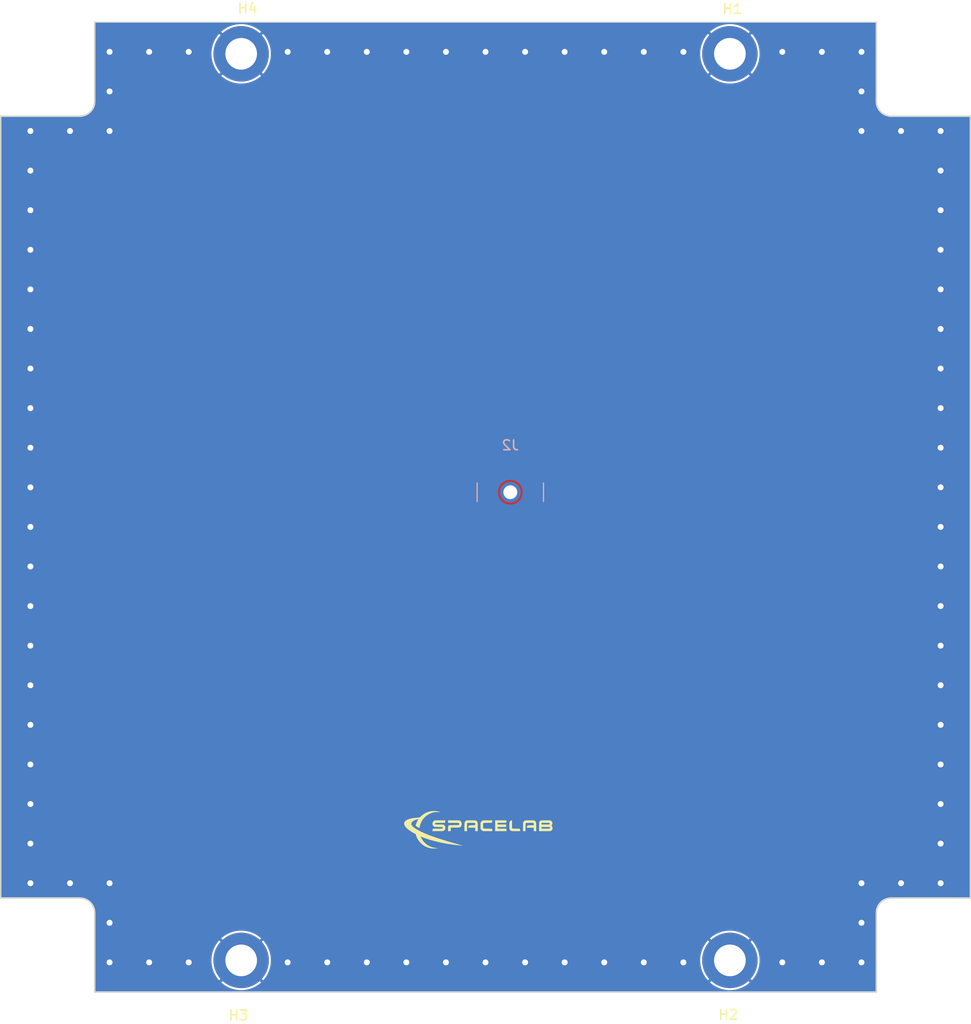
<source format=kicad_pcb>
(kicad_pcb (version 20241229) (generator "pcbnew") (generator_version "9.0")
  (title_block (title "Shild") (date "2023-08-27") (company "SpaceLab UFSC") (comment 1 "Eng. Yunior Alcântara Guevara") (comment 2 "Lucas Ryan Carneiro"))
  (layers (0 "F.Cu" jumper) (2 "B.Cu" mixed) (13 "F.Paste" user) (15 "B.Paste" user) (5 "F.SilkS" user "F.Silkscreen") (7 "B.SilkS" user "B.Silkscreen") (1 "F.Mask" user) (3 "B.Mask" user) (25 "Edge.Cuts" user))
  (net 0 "")
  (net 1 "GND")
  (net 2 "ant")
  (footprint "MountingHole:MountingHole_3.2mm_M3_DIN965_Pad" (layer "F.Cu") (at 109.869546 127.424668)
    (property "Reference" "H2" (at -0.16 5.49 0) (layer "F.SilkS"))
    (property "Value" "MountingHole_Pad")
    (pad "1" thru_hole circle (at 0 0) (size 5.6 5.6) (drill 3.2) (layers "*.Cu" "*.Mask") (net 1 "GND"))
  )
  (footprint "MountingHole:MountingHole_3.2mm_M3_DIN965_Pad" (layer "F.Cu") (at 109.869546 35.824668)
    (property "Reference" "H1" (at 0.25 -4.54 0) (layer "F.SilkS"))
    (property "Value" "MountingHole_Pad")
    (pad "1" thru_hole circle (at 0 0) (size 5.6 5.6) (drill 3.2) (layers "*.Cu" "*.Mask") (net 1 "GND"))
  )
  (footprint "spacelab_lib:spacelab-logo" (layer "F.Cu") (at 84.444773 114.232334)
    (property "Reference" "G***" (hide yes))
    (property "Value" "LOGO" (hide yes))
    (fp_poly (pts (xy 2.435667 -0.960004) (xy 2.561548 -0.959397) (xy 2.661972 -0.958296) (xy 2.739212 -0.956626) (xy 2.79554 -0.954316) (xy 2.83323 -0.95129) (xy 2.854556 -0.947476) (xy 2.861789 -0.942799) (xy 2.861643 -0.941436) (xy 2.855633 -0.918144) (xy 2.846477 -0.874349) (xy 2.836064 -0.819127) (xy 2.83513 -0.813911) (xy 2.81575 -0.705139) (xy 1.950384 -0.705139) (xy 1.950384 -0.540107) (xy 2.805552 -0.540107) (xy 2.805552 -0.285057) (xy 1.950384 -0.285057) (xy 1.950384 -0.120024) (xy 2.81575 -0.120024) (xy 2.83513 -0.011253) (xy 2.845564 0.044551) (xy 2.85491 0.089746) (xy 2.86128 0.115253) (xy 2.861643 0.116272) (xy 2.857694 0.121185) (xy 2.840244 0.125216) (xy 2.807018 0.128439) (xy 2.755744 0.130928) (xy 2.684148 0.132757) (xy 2.589958 0.133998) (xy 2.4709 0.134726) (xy 2.324701 0.135014) (xy 2.282054 0.135026) (xy 1.695334 0.135026) (xy 1.695334 -0.960189) (xy 2.282054 -0.960189)) (fill yes) (layer "F.SilkS"))
    (fp_poly (pts (xy -2.494241 -0.95986) (xy -2.338173 -0.959658) (xy -2.20912 -0.958949) (xy -2.104092 -0.957284) (xy -2.020097 -0.954213) (xy -1.954146 -0.949285) (xy -1.903247 -0.94205) (xy -1.86441 -0.932059) (xy -1.834645 -0.918861) (xy -1.810959 -0.902006) (xy -1.790364 -0.881043) (xy -1.769867 -0.855524) (xy -1.765819 -0.850231) (xy -1.712265 -0.756981) (xy -1.68398 -0.654716) (xy -1.681033 -0.549418) (xy -1.703491 -0.447065) (xy -1.751421 -0.353638) (xy -1.760102 -0.341697) (xy -1.784658 -0.310157) (xy -1.807817 -0.284888) (xy -1.833105 -0.265195) (xy -1.864047 -0.250382) (xy -1.90417 -0.239754) (xy -1.956998 -0.232616) (xy -2.026059 -0.228274) (xy -2.114876 -0.226032) (xy -2.226977 -0.225194) (xy -2.351713 -0.225068) (xy -2.790549 -0.225045) (xy -2.790549 0.135026) (xy -3.060602 0.135026) (xy -3.060602 -0.098001) (xy -3.059422 -0.205427) (xy -3.055305 -0.287412) (xy -3.047392 -0.348449) (xy -3.034822 -0.393031) (xy -3.016733 -0.425652) (xy -2.993131 -0.450089) (xy -2.981187 -0.456416) (xy -2.960068 -0.461668) (xy -2.926839 -0.466009) (xy -2.878561 -0.469608) (xy -2.812298 -0.472628) (xy -2.725112 -0.475236) (xy -2.614067 -0.477599) (xy -2.476225 -0.479882) (xy -2.462009 -0.480095) (xy -1.957998 -0.487596) (xy -1.944959 -0.549457) (xy -1.93973 -0.608008) (xy -1.952602 -0.654477) (xy -1.973284 -0.697638) (xy -3.060602 -0.705514) (xy -3.060602 -0.960189)) (fill yes) (layer "F.SilkS"))
    (fp_poly (pts (xy 3.385369 -0.95904) (xy 3.392148 -0.95335) (xy 3.397222 -0.939759) (xy 3.400839 -0.914905) (xy 3.403244 -0.875427) (xy 3.404683 -0.817964) (xy 3.405403 -0.739154) (xy 3.405648 -0.635636) (xy 3.405671 -0.563462) (xy 3.40573 -0.444198) (xy 3.406097 -0.351371) (xy 3.407056 -0.28141) (xy 3.408888 -0.230745) (xy 3.411879 -0.195808) (xy 3.416311 -0.173027) (xy 3.422467 -0.158833) (xy 3.430632 -0.149657) (xy 3.439015 -0.143379) (xy 3.45413 -0.13579) (xy 3.477513 -0.129989) (xy 3.512879 -0.125754) (xy 3.563942 -0.122864) (xy 3.634414 -0.121094) (xy 3.728009 -0.120224) (xy 3.828806 -0.120024) (xy 4.185252 -0.120024) (xy 4.192918 -0.086267) (xy 4.211297 -0.003466) (xy 4.223106 0.054592) (xy 4.22918 0.092244) (xy 4.230466 0.108771) (xy 4.228809 0.116396) (xy 4.221468 0.122388) (xy 4.205246 0.126944) (xy 4.176947 0.130258) (xy 4.133374 0.132524) (xy 4.07133 0.133936) (xy 3.987617 0.134691) (xy 3.879041 0.134982) (xy 3.799498 0.135014) (xy 3.673763 0.134908) (xy 3.57429 0.134437) (xy 3.497335 0.13336) (xy 3.439155 0.131435) (xy 3.396005 0.128423) (xy 3.364143 0.124081) (xy 3.339824 0.118169) (xy 3.319305 0.110446) (xy 3.303706 0.103097) (xy 3.228993 0.049865) (xy 3.173673 -0.024556) (xy 3.152692 -0.073503) (xy 3.145938 -0.109708) (xy 3.140799 -0.169254) (xy 3.137246 -0.246375) (xy 3.13525 -0.335306) (xy 3.134784 -0.430281) (xy 3.135819 -0.525534) (xy 3.138326 -0.615298) (xy 3.142277 -0.693809) (xy 3.147643 -0.7553) (xy 3.154396 -0.794005) (xy 3.156274 -0.79939) (xy 3.195165 -0.860964) (xy 3.250896 -0.912471) (xy 3.314861 -0.947635) (xy 3.376641 -0.960189)) (fill yes) (layer "F.SilkS"))
    (fp_poly (pts (xy 1.371526 -0.712641) (xy 0.95059 -0.705139) (xy 0.819475 -0.702479) (xy 0.715509 -0.699569) (xy 0.635832 -0.69623) (xy 0.577588 -0.692281) (xy 0.537917 -0.687542) (xy 0.513962 -0.681833) (xy 0.504874 -0.677047) (xy 0.495458 -0.665399) (xy 0.488721 -0.645556) (xy 0.48424 -0.613004) (xy 0.481592 -0.563228) (xy 0.480354 -0.491714) (xy 0.480095 -0.412582) (xy 0.480483 -0.319589) (xy 0.481931 -0.252082) (xy 0.48486 -0.205547) (xy 0.489694 -0.175469) (xy 0.496855 -0.157334) (xy 0.504874 -0.148116) (xy 0.519329 -0.141602) (xy 0.547453 -0.136186) (xy 0.592104 -0.131689) (xy 0.65614 -0.127932) (xy 0.742419 -0.124732) (xy 0.853799 -0.121912) (xy 0.95059 -0.120024) (xy 1.371526 -0.112523) (xy 1.396254 0.011252) (xy 1.420982 0.135026) (xy 0.954289 0.134697) (xy 0.822671 0.134498) (xy 0.717473 0.13397) (xy 0.635112 0.132904) (xy 0.572001 0.131094) (xy 0.524557 0.128332) (xy 0.489194 0.124409) (xy 0.462328 0.119119) (xy 0.440373 0.112254) (xy 0.420083 0.10376) (xy 0.343581 0.060391) (xy 0.287218 0.00575) (xy 0.24984 -0.052511) (xy 0.238759 -0.07503) (xy 0.23054 -0.098718) (xy 0.224759 -0.128294) (xy 0.220992 -0.168477) (xy 0.218817 -0.223988) (xy 0.217808 -0.299547) (xy 0.217545 -0.399873) (xy 0.217543 -0.412582) (xy 0.217751 -0.51591) (xy 0.218657 -0.593954) (xy 0.220684 -0.651433) (xy 0.224256 -0.693067) (xy 0.229795 -0.723575) (xy 0.237726 -0.747678) (xy 0.248472 -0.770095) (xy 0.24984 -0.772653) (xy 0.297098 -0.842886) (xy 0.356624 -0.894622) (xy 0.420083 -0.928923) (xy 0.440704 -0.937541) (xy 0.46271 -0.944379) (xy 0.489684 -0.949646) (xy 0.525212 -0.953548) (xy 0.572879 -0.956294) (xy 0.636269 -0.95809) (xy 0.718968 -0.959145) (xy 0.82456 -0.959667) (xy 0.954289 -0.95986) (xy 1.420982 -0.960189)) (fill yes) (layer "F.SilkS"))
    (fp_poly (pts (xy 5.313419 -0.959613) (xy 5.429927 -0.957934) (xy 5.524617 -0.95523) (xy 5.595181 -0.951579) (xy 5.639311 -0.947059) (xy 5.651386 -0.944266) (xy 5.706892 -0.911868) (xy 5.762289 -0.860543) (xy 5.80804 -0.799847) (xy 5.822649 -0.772653) (xy 5.830898 -0.75239) (xy 5.837361 -0.728832) (xy 5.842254 -0.698241) (xy 5.845796 -0.65688) (xy 5.848205 -0.60101) (xy 5.849697 -0.526894) (xy 5.850491 -0.430795) (xy 5.850804 -0.308974) (xy 5.850822 -0.288807) (xy 5.851152 0.135026) (xy 5.596102 0.135026) (xy 5.596102 -0.210042) (xy 5.234426 -0.210042) (xy 5.11664 -0.210364) (xy 5.026054 -0.211428) (xy 4.959867 -0.213382) (xy 4.915278 -0.216374) (xy 4.889488 -0.220553) (xy 4.879695 -0.226067) (xy 4.879671 -0.228795) (xy 4.888017 -0.252895) (xy 4.901997 -0.294583) (xy 4.912425 -0.326124) (xy 4.92807 -0.370479) (xy 4.944767 -0.404231) (xy 4.966607 -0.428827) (xy 4.997683 -0.445713) (xy 5.042086 -0.456336) (xy 5.103908 -0.462143) (xy 5.187241 -0.464579) (xy 5.296176 -0.465091) (xy 5.305567 -0.465092) (xy 5.596102 -0.465092) (xy 5.596102 -0.556096) (xy 5.596396 -0.600303) (xy 5.595081 -0.634805) (xy 5.58886 -0.6608) (xy 5.574438 -0.679486) (xy 5.548518 -0.692061) (xy 5.507805 -0.699723) (xy 5.449001 -0.703669) (xy 5.368812 -0.705099) (xy 5.263941 -0.705208) (xy 5.185993 -0.705139) (xy 5.057398 -0.704674) (xy 4.956609 -0.703214) (xy 4.881441 -0.700659) (xy 4.829707 -0.696909) (xy 4.79922 -0.691867) (xy 4.788943 -0.687136) (xy 4.783036 -0.671693) (xy 4.778417 -0.637077) (xy 4.77499 -0.581112) (xy 4.772664 -0.501623) (xy 4.771345 -0.396435) (xy 4.770939 -0.267053) (xy 4.770939 0.135026) (xy 4.515889 0.135026) (xy 4.515889 -0.728971) (xy 4.564649 -0.809854) (xy 4.614404 -0.876637) (xy 4.671851 -0.921275) (xy 4.679531 -0.925464) (xy 4.699586 -0.935531) (xy 4.719463 -0.943437) (xy 4.742902 -0.949443) (xy 4.773644 -0.95381) (xy 4.815429 -0.956799) (xy 4.871998 -0.95867) (xy 4.947092 -0.959685) (xy 5.044451 -0.960104) (xy 5.167818 -0.960189) (xy 5.177402 -0.960189)) (fill yes) (layer "F.SilkS"))
    (fp_poly (pts (xy -0.595324 -0.959973) (xy -0.485698 -0.95887) (xy -0.398906 -0.956195) (xy -0.331359 -0.951267) (xy -0.279474 -0.943401) (xy -0.239662 -0.931915) (xy -0.208338 -0.916125) (xy -0.181916 -0.895348) (xy -0.156809 -0.868901) (xy -0.138599 -0.847259) (xy -0.11663 -0.818638) (xy -0.099159 -0.789466) (xy -0.085677 -0.756012) (xy -0.075674 -0.714547) (xy -0.06864 -0.661342) (xy -0.064067 -0.592667) (xy -0.061445 -0.504794) (xy -0.060264 -0.393992) (xy -0.060012 -0.272064) (xy -0.060012 0.135026) (xy -0.315062 0.135026) (xy -0.315062 -0.210042) (xy -0.675133 -0.210042) (xy -0.781227 -0.210589) (xy -0.873394 -0.21214) (xy -0.948093 -0.214562) (xy -1.001783 -0.217719) (xy -1.030923 -0.221478) (xy -1.035204 -0.22371) (xy -1.030181 -0.244181) (xy -1.017175 -0.283129) (xy -1.003374 -0.320554) (xy -0.986091 -0.364603) (xy -0.969605 -0.398032) (xy -0.949688 -0.422424) (xy -0.92211 -0.439363) (xy -0.882644 -0.450431) (xy -0.82706 -0.457212) (xy -0.751132 -0.461289) (xy -0.650629 -0.464245) (xy -0.617343 -0.465092) (xy -0.322563 -0.472593) (xy -0.322563 -0.574413) (xy -0.324854 -0.636202) (xy -0.332385 -0.673396) (xy -0.345068 -0.690456) (xy -0.367792 -0.695505) (xy -0.41494 -0.699499) (xy -0.48148 -0.702458) (xy -0.562379 -0.704404) (xy -0.652607 -0.705358) (xy -0.747132 -0.705342) (xy -0.840922 -0.704377) (xy -0.928946 -0.702486) (xy -1.006172 -0.699689) (xy -1.067568 -0.696007) (xy -1.108104 -0.691464) (xy -1.122221 -0.687136) (xy -1.128127 -0.671693) (xy -1.132747 -0.637077) (xy -1.136173 -0.581112) (xy -1.1385 -0.501623) (xy -1.139819 -0.396435) (xy -1.140224 -0.267053) (xy -1.140224 0.135026) (xy -1.410277 0.135026) (xy -1.40992 -0.258801) (xy -1.409308 -0.367902) (xy -1.407773 -0.470006) (xy -1.405461 -0.560374) (xy -1.402519 -0.634264) (xy -1.399094 -0.686935) (xy -1.3959 -0.711535) (xy -1.364157 -0.791779) (xy -1.311525 -0.863923) (xy -1.24552 -0.918195) (xy -1.230613 -0.926433) (xy -1.210205 -0.936222) (xy -1.18968 -0.94391) (xy -1.165289 -0.949751) (xy -1.133285 -0.953998) (xy -1.089921 -0.956904) (xy -1.03145 -0.958723) (xy -0.954123 -0.959708) (xy -0.854193 -0.960112) (xy -0.731368 -0.960189)) (fill yes) (layer "F.SilkS"))
    (fp_poly (pts (xy 6.810769 -0.95986) (xy 6.939823 -0.959608) (xy 7.042506 -0.958931) (xy 7.122455 -0.957628) (xy 7.183305 -0.955498) (xy 7.228691 -0.95234) (xy 7.262248 -0.947952) (xy 7.287611 -0.942134) (xy 7.308416 -0.934685) (xy 7.314561 -0.931989) (xy 7.387479 -0.883665) (xy 7.441118 -0.817283) (xy 7.474148 -0.738832) (xy 7.485236 -0.654301) (xy 7.473054 -0.569678) (xy 7.436269 -0.490952) (xy 7.417971 -0.466652) (xy 7.380628 -0.422272) (xy 7.419374 -0.383527) (xy 7.469119 -0.313838) (xy 7.49612 -0.231813) (xy 7.500544 -0.144491) (xy 7.482556 -0.05891) (xy 7.442324 0.017891) (xy 7.408964 0.055545) (xy 7.387066 0.075074) (xy 7.365188 0.091114) (xy 7.340265 0.104006) (xy 7.30923 0.114095) (xy 7.269018 0.121723) (xy 7.216563 0.127233) (xy 7.148799 0.130968) (xy 7.062661 0.133272) (xy 6.955082 0.134487) (xy 6.822997 0.134957) (xy 6.698678 0.135026) (xy 6.134963 0.135026) (xy 6.137408 -0.120024) (xy 6.391258 -0.120024) (xy 6.795266 -0.120024) (xy 6.918298 -0.120228) (xy 7.014736 -0.120966) (xy 7.087992 -0.122427) (xy 7.141475 -0.124797) (xy 7.178597 -0.128265) (xy 7.202769 -0.133019) (xy 7.217401 -0.139247) (xy 7.222851 -0.1436) (xy 7.244169 -0.184551) (xy 7.24012 -0.23455) (xy 7.230896 -0.256037) (xy 7.224937 -0.26463) (xy 7.215068 -0.271338) (xy 7.19786 -0.276394) (xy 7.169889 -0.28003) (xy 7.127728 -0.282479) (xy 7.067951 -0.283973) (xy 6.987131 -0.284744) (xy 6.881843 -0.285026) (xy 6.803312 -0.285057) (xy 6.391258 -0.285057) (xy 6.391258 -0.120024) (xy 6.137408 -0.120024) (xy 6.139336 -0.321197) (xy 6.143017 -0.705139) (xy 6.391258 -0.705139) (xy 6.391258 -0.540107) (xy 7.20216 -0.540107) (xy 7.217174 -0.579596) (xy 7.224753 -0.626792) (xy 7.21493 -0.670064) (xy 7.195645 -0.693657) (xy 7.176674 -0.696623) (xy 7.131842 -0.699304) (xy 7.065296 -0.701587) (xy 6.981181 -0.703358) (xy 6.883642 -0.704504) (xy 6.785086 -0.704909) (xy 6.391258 -0.705139) (xy 6.143017 -0.705139) (xy 6.14371 -0.777421) (xy 6.189588 -0.835049) (xy 6.233155 -0.878779) (xy 6.285924 -0.917621) (xy 6.301538 -0.926433) (xy 6.321483 -0.936112) (xy 6.341542 -0.943736) (xy 6.3654 -0.949547) (xy 6.39674 -0.953787) (xy 6.439243 -0.956696) (xy 6.496594 -0.958518) (xy 6.572474 -0.959493) (xy 6.670568 -0.959864) (xy 6.794558 -0.959871)) (fill yes) (layer "F.SilkS"))
    (fp_poly (pts (xy -3.335451 -0.926433) (xy -3.342542 -0.893882) (xy -3.352718 -0.843906) (xy -3.361534 -0.798908) (xy -3.379568 -0.705139) (xy -3.862212 -0.705139) (xy -4.007069 -0.704808) (xy -4.124028 -0.703763) (xy -4.215194 -0.70193) (xy -4.282667 -0.699233) (xy -4.328549 -0.695596) (xy -4.354944 -0.690943) (xy -4.362859 -0.687136) (xy -4.375772 -0.660042) (xy -4.380862 -0.622623) (xy -4.375373 -0.583775) (xy -4.362859 -0.55811) (xy -4.347152 -0.552093) (xy -4.312012 -0.547412) (xy -4.255257 -0.543971) (xy -4.174704 -0.541673) (xy -4.068169 -0.540421) (xy -3.957297 -0.540107) (xy -3.828707 -0.539873) (xy -3.726309 -0.538682) (xy -3.64629 -0.535801) (xy -3.584835 -0.530498) (xy -3.538133 -0.52204) (xy -3.50237 -0.509693) (xy -3.473732 -0.492724) (xy -3.448407 -0.470401) (xy -3.42258 -0.441991) (xy -3.417786 -0.43641) (xy -3.365926 -0.35553) (xy -3.338259 -0.266719) (xy -3.333703 -0.175298) (xy -3.351177 -0.086592) (xy -3.389599 -0.005923) (xy -3.447887 0.061385) (xy -3.524961 0.110011) (xy -3.529167 0.111806) (xy -3.548432 0.118129) (xy -3.574897 0.12323) (xy -3.611654 0.127229) (xy -3.661794 0.130251) (xy -3.728411 0.132417) (xy -3.814595 0.133849) (xy -3.92344 0.13467) (xy -4.058036 0.135003) (xy -4.11582 0.135026) (xy -4.646898 0.135026) (xy -4.626157 0.041258) (xy -4.613963 -0.013818) (xy -4.603423 -0.061335) (xy -4.597874 -0.086267) (xy -4.590332 -0.120024) (xy -4.11236 -0.120024) (xy -3.974231 -0.120043) (xy -3.863205 -0.12048) (xy -3.776379 -0.121908) (xy -3.710852 -0.124898) (xy -3.663721 -0.130021) (xy -3.632083 -0.13785) (xy -3.613037 -0.148955) (xy -3.603679 -0.163909) (xy -3.601107 -0.183283) (xy -3.602419 -0.207649) (xy -3.603491 -0.220247) (xy -3.60821 -0.277555) (xy -4.020791 -0.285057) (xy -4.143026 -0.287363) (xy -4.239035 -0.289544) (xy -4.312596 -0.291946) (xy -4.367484 -0.294912) (xy -4.407478 -0.298787) (xy -4.436352 -0.303917) (xy -4.457886 -0.310646) (xy -4.475854 -0.319318) (xy -4.490245 -0.327916) (xy -4.556931 -0.385906) (xy -4.603699 -0.460839) (xy -4.630139 -0.546862) (xy -4.63584 -0.638118) (xy -4.620391 -0.728753) (xy -4.583384 -0.812911) (xy -4.528973 -0.880504) (xy -4.488069 -0.913889) (xy -4.44714 -0.939359) (xy -4.436147 -0.944266) (xy -4.40802 -0.94894) (xy -4.351307 -0.952857) (xy -4.267421 -0.95598) (xy -4.157772 -0.958269) (xy -4.023773 -0.959685) (xy -3.866835 -0.960189) (xy -3.327403 -0.960189)) (fill yes) (layer "F.SilkS"))
    (fp_poly (pts (xy -4.270494 -1.89365) (xy -4.059976 -1.859441) (xy -3.930437 -1.825692) (xy -3.822451 -1.792853) (xy -4.127912 -1.792008) (xy -4.233937 -1.791457) (xy -4.315921 -1.790104) (xy -4.379828 -1.787408) (xy -4.431622 -1.782826) (xy -4.477267 -1.775818) (xy -4.522727 -1.76584) (xy -4.573965 -1.752352) (xy -4.578759 -1.751031) (xy -4.796248 -1.677015) (xy -5.002516 -1.579042) (xy -5.194215 -1.459388) (xy -5.367999 -1.320332) (xy -5.520521 -1.164153) (xy -5.611268 -1.048088) (xy -5.715062 -0.881925) (xy -5.804105 -0.699625) (xy -5.874622 -0.510264) (xy -5.922839 -0.322917) (xy -5.930425 -0.280776) (xy -5.949622 -0.163974) (xy -6.114179 -0.262594) (xy -6.179971 -0.302455) (xy -6.239099 -0.339064) (xy -6.285279 -0.368481) (xy -6.312231 -0.386765) (xy -6.31297 -0.387323) (xy -6.347204 -0.413431) (xy -6.309205 -0.544557) (xy -6.277032 -0.640221) (xy -6.233336 -0.749036) (xy -6.183239 -0.859498) (xy -6.131863 -0.960098) (xy -6.099154 -1.016451) (xy -6.078854 -1.052504) (xy -6.069951 -1.075571) (xy -6.071595 -1.080108) (xy -6.104321 -1.075455) (xy -6.157095 -1.063409) (xy -6.221588 -1.04632) (xy -6.289466 -1.02654) (xy -6.352401 -1.006417) (xy -6.402059 -0.988303) (xy -6.412228 -0.984009) (xy -6.509976 -0.933166) (xy -6.601234 -0.871602) (xy -6.677841 -0.805378) (xy -6.723094 -0.753113) (xy -6.75454 -0.70379) (xy -6.769735 -0.660546) (xy -6.773828 -0.608426) (xy -6.773833 -0.605694) (xy -6.770921 -0.558088) (xy -6.759316 -0.517779) (xy -6.734719 -0.472919) (xy -6.714769 -0.442995) (xy -6.643009 -0.356983) (xy -6.543109 -0.26571) (xy -6.416338 -0.169877) (xy -6.263963 -0.070181) (xy -6.087254 0.032676) (xy -5.887477 0.137997) (xy -5.665902 0.245082) (xy -5.423796 0.353232) (xy -5.162428 0.461746) (xy -4.883067 0.569927) (xy -4.866114 0.576261) (xy -4.550016 0.690895) (xy -4.208737 0.80845) (xy -3.841546 0.929156) (xy -3.447713 1.053242) (xy -3.026509 1.180937) (xy -2.577202 1.31247) (xy -2.099064 1.448071) (xy -2.011893 1.472369) (xy -1.908471 1.501327) (xy -1.813953 1.528177) (xy -1.732386 1.551737) (xy -1.667818 1.570828) (xy -1.624294 1.584268) (xy -1.606132 1.590725) (xy -1.599885 1.594269) (xy -1.598112 1.596763) (xy -1.603789 1.597991) (xy -1.619888 1.597735) (xy -1.649385 1.59578) (xy -1.695253 1.591909) (xy -1.760467 1.585905) (xy -1.848 1.577551) (xy -1.960828 1.56663) (xy -2.0329 1.55963) (xy -2.461912 1.511939) (xy -2.890446 1.452565) (xy -3.314958 1.382303) (xy -3.731901 1.301946) (xy -4.137731 1.212287) (xy -4.528901 1.11412) (xy -4.901866 1.008239) (xy -5.25308 0.895438) (xy -5.578998 0.77651) (xy -5.641326 0.751863) (xy -5.710078 0.72461) (xy -5.767917 0.702286) (xy -5.809646 0.686851) (xy -5.830072 0.680262) (xy -5.831241 0.680227) (xy -5.827492 0.695563) (xy -5.811599 0.73116) (xy -5.786569 0.78138) (xy -5.755411 0.840585) (xy -5.721132 0.903139) (xy -5.686742 0.963403) (xy -5.655249 1.015739) (xy -5.637791 1.042783) (xy -5.501829 1.218431) (xy -5.343239 1.37698) (xy -5.165616 1.515921) (xy -4.972556 1.632743) (xy -4.767652 1.724934) (xy -4.575139 1.785008) (xy -4.507039 1.799481) (xy -4.42112 1.814252) (xy -4.329485 1.827384) (xy -4.260839 1.835342) (xy -4.073302 1.854241) (xy -4.190187 1.872306) (xy -4.277452 1.881757) (xy -4.383614 1.887084) (xy -4.49919 1.888368) (xy -4.614695 1.885686) (xy -4.720647 1.879118) (xy -4.807561 1.868743) (xy -4.817122 1.86709) (xy -4.998154 1.824104) (xy -5.182945 1.761384) (xy -5.318547 1.702752) (xy -5.507317 1.59668) (xy -5.685043 1.465685) (xy -5.848621 1.313396) (xy -5.994948 1.143445) (xy -6.120918 0.959462) (xy -6.223429 0.765077) (xy -6.299376 0.563921) (xy -6.303219 0.551039) (xy -6.337445 0.434448) (xy -6.475708 0.360572) (xy -6.681234 0.244595) (xy -6.866445 0.127469) (xy -7.030233 0.010261) (xy -7.17149 -0.105961) (xy -7.28911 -0.220127) (xy -7.381983 -0.33117) (xy -7.449002 -0.438022) (xy -7.48906 -0.539613) (xy -7.501147 -0.628389) (xy -7.490645 -0.718904) (xy -7.457837 -0.79864) (xy -7.399625 -0.874135) (xy -7.371436 -0.901922) (xy -7.272853 -0.976104) (xy -7.145952 -1.041737) (xy -6.991216 -1.098686) (xy -6.80913 -1.146816) (xy -6.600177 -1.185992) (xy -6.364841 -1.216081) (xy -6.187117 -1.231488) (xy -5.933668 -1.249674) (xy -5.797954 -1.378736) (xy -5.612915 -1.534874) (xy -5.414725 -1.664286) (xy -5.204566 -1.766497) (xy -4.983618 -1.841035) (xy -4.753064 -1.887423) (xy -4.514084 -1.905189) (xy -4.486561 -1.905375)) (fill yes) (layer "F.SilkS"))
  )
  (footprint "MountingHole:MountingHole_3.2mm_M3_DIN965_Pad" (layer "F.Cu") (at 60.469546 127.424668)
    (property "Reference" "H3" (at -0.27 5.56 0) (layer "F.SilkS"))
    (property "Value" "MountingHole_Pad")
    (pad "1" thru_hole circle (at 0 0) (size 5.6 5.6) (drill 3.2) (layers "*.Cu" "*.Mask") (net 1 "GND"))
  )
  (footprint "MountingHole:MountingHole_3.2mm_M3_DIN965_Pad" (layer "F.Cu") (at 60.469546 35.824668)
    (property "Reference" "H4" (at 0.64619 -4.59 0) (layer "F.SilkS"))
    (property "Value" "MountingHole_Pad")
    (pad "1" thru_hole circle (at 0 0) (size 5.6 5.6) (drill 3.2) (layers "*.Cu" "*.Mask") (net 1 "GND"))
  )
  (footprint "Connector_Coaxial:SMA_Amphenol_132134-10_Vertical" (layer "B.Cu") (at 87.674773 80.122334 180)
    (property "Reference" "J2" (at 0 4.75 0) (layer "B.SilkS") (effects (justify mirror)))
    (property "Value" "Conn_Coaxial")
    (fp_line (start 3.355 0.94) (end 3.355 -0.94) (stroke (width 0.12)) (layer "B.SilkS"))
    (fp_line (start -3.355 0.94) (end -3.355 -0.94) (stroke (width 0.12)) (layer "B.SilkS"))
    (pad "1" smd circle (at 0 0 90) (size 1.73 1.73) (layers "B.Cu" "B.Mask" "B.Paste") (net 2 "ant"))
    (pad "2" smd custom (at 0 -2.8 180) (size 7.11 1.51) (layers "B.Cu" "B.Mask" "B.Paste") (net 1 "GND") (options (clearance outline) (anchor rect)) (primitives (gr_poly (pts (xy -1.5 1.42) (xy -1.36 1.28) (xy -1.205 1.155) (xy -1.035 1.045) (xy -0.86 0.95) (xy -0.675 0.875) (xy -0.48 0.82) (xy -0.28 0.78) (xy -0.085 0.765) (xy 0 0.765) (xy 0 -0.755) (xy -3.555 -0.755) (xy -3.555 1.595) (xy -1.645 1.595)) (width 0) (fill yes)) (gr_poly (pts (xy 3.555 -0.755) (xy 0 -0.755) (xy 0 0.765) (xy 0.085 0.765) (xy 0.28 0.78) (xy 0.48 0.82) (xy 0.675 0.875) (xy 0.86 0.95) (xy 1.035 1.045) (xy 1.205 1.155) (xy 1.36 1.28) (xy 1.5 1.42) (xy 1.645 1.595) (xy 3.555 1.595)) (width 0) (fill yes))))
    (pad "2" smd custom (at 0 2.8) (size 7.11 1.51) (layers "B.Cu" "B.Mask" "B.Paste") (net 1 "GND") (options (clearance outline) (anchor rect)) (primitives (gr_poly (pts (xy -1.5 1.42) (xy -1.36 1.28) (xy -1.205 1.155) (xy -1.035 1.045) (xy -0.86 0.95) (xy -0.675 0.875) (xy -0.48 0.82) (xy -0.28 0.78) (xy -0.085 0.765) (xy 0 0.765) (xy 0 -0.755) (xy -3.555 -0.755) (xy -3.555 1.595) (xy -1.645 1.595)) (width 0) (fill yes)) (gr_poly (pts (xy 3.555 -0.755) (xy 0 -0.755) (xy 0 0.765) (xy 0.085 0.765) (xy 0.28 0.78) (xy 0.48 0.82) (xy 0.675 0.875) (xy 0.86 0.95) (xy 1.035 1.045) (xy 1.205 1.155) (xy 1.36 1.28) (xy 1.5 1.42) (xy 1.645 1.595) (xy 3.555 1.595)) (width 0) (fill yes))))
  )
  (gr_arc (start 44.169546 121.124668) (mid 45.230212 121.564) (end 45.669546 122.624668) (stroke (width 0.15)) (layer "Edge.Cuts"))
  (gr_arc (start 124.669546 122.624668) (mid 125.108908 121.564041) (end 126.169546 121.124668) (stroke (width 0.15)) (layer "Edge.Cuts"))
  (gr_line (start 44.169546 121.124668) (end 36.169546 121.124668) (stroke (width 0.15)) (layer "Edge.Cuts"))
  (gr_line (start 45.669546 40.624668) (end 45.669546 32.624668) (stroke (width 0.15)) (layer "Edge.Cuts"))
  (gr_line (start 36.169546 42.124668) (end 44.169546 42.124668) (stroke (width 0.15)) (layer "Edge.Cuts"))
  (gr_line (start 124.669546 122.624668) (end 124.669546 130.624668) (stroke (width 0.15)) (layer "Edge.Cuts"))
  (gr_arc (start 126.169546 42.124668) (mid 125.108891 41.685321) (end 124.669546 40.624668) (stroke (width 0.15)) (layer "Edge.Cuts"))
  (gr_arc (start 45.669546 40.624668) (mid 45.230214 41.685335) (end 44.169546 42.124668) (stroke (width 0.15)) (layer "Edge.Cuts"))
  (gr_line (start 134.169546 121.124668) (end 134.169546 42.124668) (stroke (width 0.15)) (layer "Edge.Cuts"))
  (gr_line (start 124.669546 130.624668) (end 45.669546 130.624668) (stroke (width 0.15)) (layer "Edge.Cuts"))
  (gr_line (start 124.669546 32.624668) (end 124.669546 40.624668) (stroke (width 0.15)) (layer "Edge.Cuts"))
  (gr_line (start 36.169546 42.124668) (end 36.169546 121.124668) (stroke (width 0.15)) (layer "Edge.Cuts"))
  (gr_line (start 45.669546 130.624668) (end 45.669546 122.624668) (stroke (width 0.15)) (layer "Edge.Cuts"))
  (gr_line (start 45.669546 32.624668) (end 124.669546 32.624668) (stroke (width 0.1)) (layer "Edge.Cuts"))
  (gr_line (start 134.169546 121.124668) (end 126.169546 121.124668) (stroke (width 0.15)) (layer "Edge.Cuts"))
  (gr_line (start 126.169546 42.124668) (end 134.169546 42.124668) (stroke (width 0.15)) (layer "Edge.Cuts"))
  (via (at 43.169546 119.624668) (size 1.2) (drill 0.6) (layers "F.Cu" "B.Cu") (net 1))
  (via (at 131.169546 91.624668) (size 1.2) (drill 0.6) (layers "F.Cu" "B.Cu") (net 1))
  (via (at 131.169546 107.624668) (size 1.2) (drill 0.6) (layers "F.Cu" "B.Cu") (net 1))
  (via (at 131.169546 67.624668) (size 1.2) (drill 0.6) (layers "F.Cu" "B.Cu") (net 1))
  (via (at 39.169546 55.624668) (size 1.2) (drill 0.6) (layers "F.Cu" "B.Cu") (net 1))
  (via (at 85.169546 127.624668) (size 1.2) (drill 0.6) (layers "F.Cu" "B.Cu") (net 1))
  (via (at 105.169546 35.624668) (size 1.2) (drill 0.6) (layers "F.Cu" "B.Cu") (net 1))
  (via (at 93.169546 127.624668) (size 1.2) (drill 0.6) (layers "F.Cu" "B.Cu") (net 1))
  (via (at 127.169546 119.624668) (size 1.2) (drill 0.6) (layers "F.Cu" "B.Cu") (net 1))
  (via (at 119.169546 127.624668) (size 1.2) (drill 0.6) (layers "F.Cu" "B.Cu") (net 1))
  (via (at 123.169546 43.624668) (size 1.2) (drill 0.6) (layers "F.Cu" "B.Cu") (net 1))
  (via (at 39.169546 79.624668) (size 1.2) (drill 0.6) (layers "F.Cu" "B.Cu") (net 1))
  (via (at 39.169546 99.624668) (size 1.2) (drill 0.6) (layers "F.Cu" "B.Cu") (net 1))
  (via (at 73.169546 35.624668) (size 1.2) (drill 0.6) (layers "F.Cu" "B.Cu") (net 1))
  (via (at 55.169546 35.624668) (size 1.2) (drill 0.6) (layers "F.Cu" "B.Cu") (net 1))
  (via (at 39.169546 83.624668) (size 1.2) (drill 0.6) (layers "F.Cu" "B.Cu") (net 1))
  (via (at 39.169546 75.624668) (size 1.2) (drill 0.6) (layers "F.Cu" "B.Cu") (net 1))
  (via (at 131.169546 83.624668) (size 1.2) (drill 0.6) (layers "F.Cu" "B.Cu") (net 1))
  (via (at 39.169546 91.624668) (size 1.2) (drill 0.6) (layers "F.Cu" "B.Cu") (net 1))
  (via (at 51.169546 35.624668) (size 1.2) (drill 0.6) (layers "F.Cu" "B.Cu") (net 1))
  (via (at 131.169546 59.624668) (size 1.2) (drill 0.6) (layers "F.Cu" "B.Cu") (net 1))
  (via (at 123.169546 119.624668) (size 1.2) (drill 0.6) (layers "F.Cu" "B.Cu") (net 1))
  (via (at 123.169546 127.624668) (size 1.2) (drill 0.6) (layers "F.Cu" "B.Cu") (net 1))
  (via (at 131.169546 43.624668) (size 1.2) (drill 0.6) (layers "F.Cu" "B.Cu") (net 1))
  (via (at 131.169546 103.624668) (size 1.2) (drill 0.6) (layers "F.Cu" "B.Cu") (net 1))
  (via (at 69.169546 35.624668) (size 1.2) (drill 0.6) (layers "F.Cu" "B.Cu") (net 1))
  (via (at 65.169546 127.624668) (size 1.2) (drill 0.6) (layers "F.Cu" "B.Cu") (net 1))
  (via (at 101.169546 35.624668) (size 1.2) (drill 0.6) (layers "F.Cu" "B.Cu") (net 1))
  (via (at 131.169546 115.624668) (size 1.2) (drill 0.6) (layers "F.Cu" "B.Cu") (net 1))
  (via (at 131.169546 47.624668) (size 1.2) (drill 0.6) (layers "F.Cu" "B.Cu") (net 1))
  (via (at 47.169546 123.624668) (size 1.2) (drill 0.6) (layers "F.Cu" "B.Cu") (net 1))
  (via (at 47.169546 39.624668) (size 1.2) (drill 0.6) (layers "F.Cu" "B.Cu") (net 1))
  (via (at 89.169546 127.624668) (size 1.2) (drill 0.6) (layers "F.Cu" "B.Cu") (net 1))
  (via (at 97.169546 127.624668) (size 1.2) (drill 0.6) (layers "F.Cu" "B.Cu") (net 1))
  (via (at 73.169546 127.624668) (size 1.2) (drill 0.6) (layers "F.Cu" "B.Cu") (net 1))
  (via (at 39.169546 47.624668) (size 1.2) (drill 0.6) (layers "F.Cu" "B.Cu") (net 1))
  (via (at 39.169546 119.624668) (size 1.2) (drill 0.6) (layers "F.Cu" "B.Cu") (net 1))
  (via (at 39.169546 103.624668) (size 1.2) (drill 0.6) (layers "F.Cu" "B.Cu") (net 1))
  (via (at 89.169546 35.624668) (size 1.2) (drill 0.6) (layers "F.Cu" "B.Cu") (net 1))
  (via (at 101.169546 127.624668) (size 1.2) (drill 0.6) (layers "F.Cu" "B.Cu") (net 1))
  (via (at 105.169546 127.624668) (size 1.2) (drill 0.6) (layers "F.Cu" "B.Cu") (net 1))
  (via (at 123.169546 39.624668) (size 1.2) (drill 0.6) (layers "F.Cu" "B.Cu") (net 1))
  (via (at 39.169546 115.624668) (size 1.2) (drill 0.6) (layers "F.Cu" "B.Cu") (net 1))
  (via (at 47.169546 43.624668) (size 1.2) (drill 0.6) (layers "F.Cu" "B.Cu") (net 1))
  (via (at 39.169546 51.624668) (size 1.2) (drill 0.6) (layers "F.Cu" "B.Cu") (net 1))
  (via (at 81.169546 127.624668) (size 1.2) (drill 0.6) (layers "F.Cu" "B.Cu") (net 1))
  (via (at 51.169546 127.624668) (size 1.2) (drill 0.6) (layers "F.Cu" "B.Cu") (net 1))
  (via (at 47.169546 119.624668) (size 1.2) (drill 0.6) (layers "F.Cu" "B.Cu") (net 1))
  (via (at 131.169546 111.624668) (size 1.2) (drill 0.6) (layers "F.Cu" "B.Cu") (net 1))
  (via (at 93.169546 35.624668) (size 1.2) (drill 0.6) (layers "F.Cu" "B.Cu") (net 1))
  (via (at 131.169546 63.624668) (size 1.2) (drill 0.6) (layers "F.Cu" "B.Cu") (net 1))
  (via (at 39.169546 95.624668) (size 1.2) (drill 0.6) (layers "F.Cu" "B.Cu") (net 1))
  (via (at 81.169546 35.624668) (size 1.2) (drill 0.6) (layers "F.Cu" "B.Cu") (net 1))
  (via (at 77.169546 127.624668) (size 1.2) (drill 0.6) (layers "F.Cu" "B.Cu") (net 1))
  (via (at 97.169546 35.624668) (size 1.2) (drill 0.6) (layers "F.Cu" "B.Cu") (net 1))
  (via (at 85.169546 35.624668) (size 1.2) (drill 0.6) (layers "F.Cu" "B.Cu") (net 1))
  (via (at 115.169546 35.624668) (size 1.2) (drill 0.6) (layers "F.Cu" "B.Cu") (net 1))
  (via (at 47.169546 35.624668) (size 1.2) (drill 0.6) (layers "F.Cu" "B.Cu") (net 1))
  (via (at 131.169546 51.624668) (size 1.2) (drill 0.6) (layers "F.Cu" "B.Cu") (net 1))
  (via (at 123.169546 123.624668) (size 1.2) (drill 0.6) (layers "F.Cu" "B.Cu") (net 1))
  (via (at 47.169546 127.624668) (size 1.2) (drill 0.6) (layers "F.Cu" "B.Cu") (net 1))
  (via (at 131.169546 95.624668) (size 1.2) (drill 0.6) (layers "F.Cu" "B.Cu") (net 1))
  (via (at 39.169546 107.624668) (size 1.2) (drill 0.6) (layers "F.Cu" "B.Cu") (net 1))
  (via (at 131.169546 55.624668) (size 1.2) (drill 0.6) (layers "F.Cu" "B.Cu") (net 1))
  (via (at 69.169546 127.624668) (size 1.2) (drill 0.6) (layers "F.Cu" "B.Cu") (net 1))
  (via (at 39.169546 111.624668) (size 1.2) (drill 0.6) (layers "F.Cu" "B.Cu") (net 1))
  (via (at 55.169546 127.624668) (size 1.2) (drill 0.6) (layers "F.Cu" "B.Cu") (net 1))
  (via (at 39.169546 59.624668) (size 1.2) (drill 0.6) (layers "F.Cu" "B.Cu") (net 1))
  (via (at 39.169546 63.624668) (size 1.2) (drill 0.6) (layers "F.Cu" "B.Cu") (net 1))
  (via (at 131.169546 75.624668) (size 1.2) (drill 0.6) (layers "F.Cu" "B.Cu") (net 1))
  (via (at 65.169546 35.624668) (size 1.2) (drill 0.6) (layers "F.Cu" "B.Cu") (net 1))
  (via (at 39.169546 43.624668) (size 1.2) (drill 0.6) (layers "F.Cu" "B.Cu") (net 1))
  (via (at 43.169546 43.624668) (size 1.2) (drill 0.6) (layers "F.Cu" "B.Cu") (net 1))
  (via (at 131.169546 99.624668) (size 1.2) (drill 0.6) (layers "F.Cu" "B.Cu") (net 1))
  (via (at 115.169546 127.624668) (size 1.2) (drill 0.6) (layers "F.Cu" "B.Cu") (net 1))
  (via (at 123.169546 35.624668) (size 1.2) (drill 0.6) (layers "F.Cu" "B.Cu") (net 1))
  (via (at 131.169546 87.624668) (size 1.2) (drill 0.6) (layers "F.Cu" "B.Cu") (net 1))
  (via (at 119.169546 35.624668) (size 1.2) (drill 0.6) (layers "F.Cu" "B.Cu") (net 1))
  (via (at 77.169546 35.624668) (size 1.2) (drill 0.6) (layers "F.Cu" "B.Cu") (net 1))
  (via (at 131.169546 119.624668) (size 1.2) (drill 0.6) (layers "F.Cu" "B.Cu") (net 1))
  (via (at 127.169546 43.624668) (size 1.2) (drill 0.6) (layers "F.Cu" "B.Cu") (net 1))
  (via (at 39.169546 87.624668) (size 1.2) (drill 0.6) (layers "F.Cu" "B.Cu") (net 1))
  (via (at 39.169546 71.624668) (size 1.2) (drill 0.6) (layers "F.Cu" "B.Cu") (net 1))
  (via (at 131.169546 79.624668) (size 1.2) (drill 0.6) (layers "F.Cu" "B.Cu") (net 1))
  (via (at 131.169546 71.624668) (size 1.2) (drill 0.6) (layers "F.Cu" "B.Cu") (net 1))
  (via (at 39.169546 67.624668) (size 1.2) (drill 0.6) (layers "F.Cu" "B.Cu") (net 1))
  (via (at 87.674773 80.122334) (size 2.1) (drill 1.4) (layers "F.Cu" "B.Cu") (net 2))
  (zone (net 2) (net_name "ant") (layer "F.Cu") (connect_pads (clearance 0.2)) (min_thickness 0.25) (fill yes (thermal_gap 0.5) (thermal_bridge_width 0.5) (island_removal_mode 1) (island_area_min 10))
    (polygon (pts (xy 70.214773 66.662334) (xy 70.214773 94.812334) (xy 71.984773 96.582334) (xy 100.134773 96.582334) (xy 100.134773 68.432334) (xy 98.364773 66.662334)))
  )
  (zone (net 1) (net_name "GND") (layer "B.Cu") (name "GND") (connect_pads (clearance 0.2)) (min_thickness 0.2) (fill yes (thermal_gap 0.2) (thermal_bridge_width 0.3))
    (polygon (pts (xy 134.179546 130.624668) (xy 134.189546 130.624668) (xy 36.189546 130.644668) (xy 36.189546 130.624668) (xy 36.179546 32.624668) (xy 36.189546 32.624668) (xy 134.189546 32.594668) (xy 134.189546 32.624668)))
  )
)
</source>
